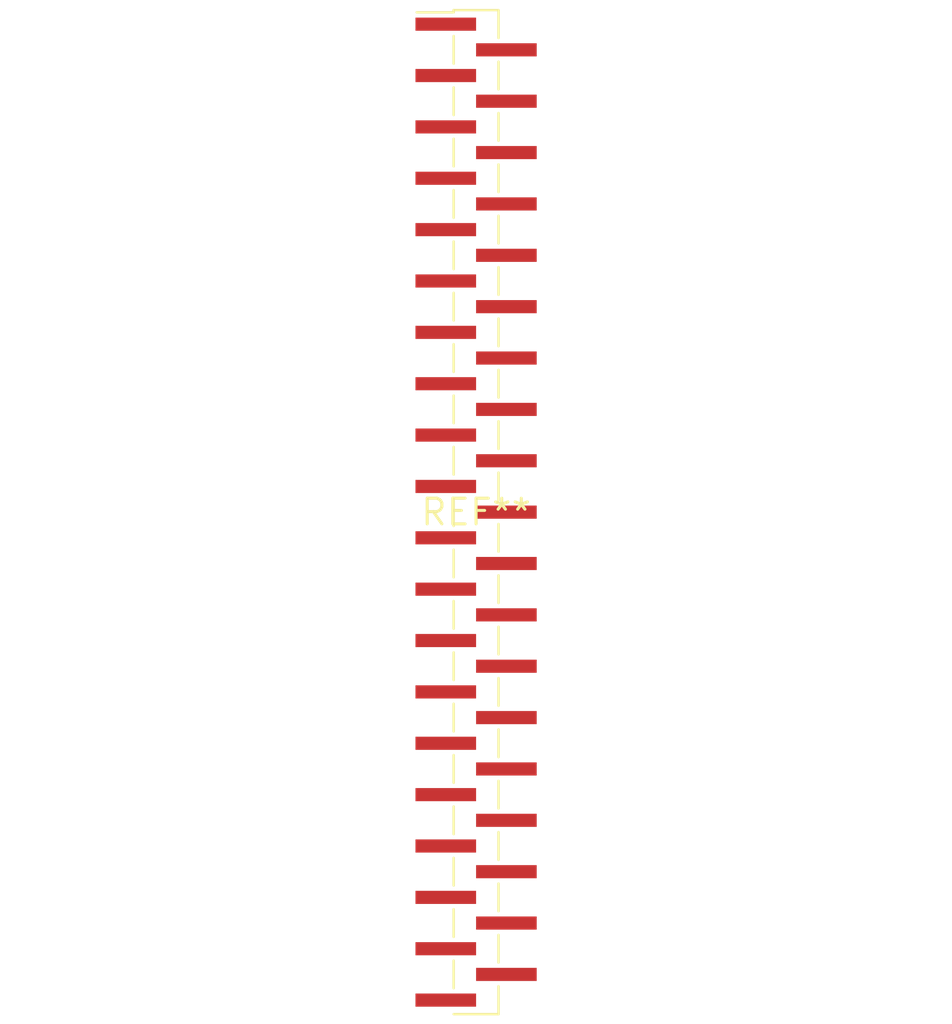
<source format=kicad_pcb>
(kicad_pcb (version 20240108) (generator pcbnew)
  (layers (0 "F.Cu" signal) (31 "B.Cu" signal) (34 "B.Paste" user) (35 "F.Paste" user) (36 "B.SilkS" user "B.Silkscreen") (37 "F.SilkS" user "F.Silkscreen") (38 "B.Mask" user) (39 "F.Mask" user) (44 "Edge.Cuts" user))
  (net 0 "")
  (footprint "PinHeader_1x39_P1.27mm_Vertical_SMD_Pin1Left" (layer "F.Cu") (at 0 0)
    (property "Reference" "REF**")
    (property "Value" "PinHeader_1x39_P1.27mm_Vertical_SMD_Pin1Left")
    (fp_line (start -1.11 -24.825) (end -1.11 -24.715) (layer "F.SilkS") (stroke (width 0.12)))
    (fp_line (start -1.11 -24.825) (end 1.11 -24.825) (layer "F.SilkS") (stroke (width 0.12)))
    (fp_line (start -1.11 -24.715) (end -2.94 -24.715) (layer "F.SilkS") (stroke (width 0.12)))
    (fp_line (start -1.11 -23.545) (end -1.11 -22.175) (layer "F.SilkS") (stroke (width 0.12)))
    (fp_line (start -1.11 -21.005) (end -1.11 -19.635) (layer "F.SilkS") (stroke (width 0.12)))
    (fp_line (start -1.11 -18.465) (end -1.11 -17.095) (layer "F.SilkS") (stroke (width 0.12)))
    (fp_line (start -1.11 -15.925) (end -1.11 -14.555) (layer "F.SilkS") (stroke (width 0.12)))
    (fp_line (start -1.11 -13.385) (end -1.11 -12.015) (layer "F.SilkS") (stroke (width 0.12)))
    (fp_line (start -1.11 -10.845) (end -1.11 -9.475) (layer "F.SilkS") (stroke (width 0.12)))
    (fp_line (start -1.11 -8.305) (end -1.11 -6.935) (layer "F.SilkS") (stroke (width 0.12)))
    (fp_line (start -1.11 -5.765) (end -1.11 -4.395) (layer "F.SilkS") (stroke (width 0.12)))
    (fp_line (start -1.11 -3.225) (end -1.11 -1.855) (layer "F.SilkS") (stroke (width 0.12)))
    (fp_line (start -1.11 -0.685) (end -1.11 0.685) (layer "F.SilkS") (stroke (width 0.12)))
    (fp_line (start -1.11 1.855) (end -1.11 3.225) (layer "F.SilkS") (stroke (width 0.12)))
    (fp_line (start -1.11 4.395) (end -1.11 5.765) (layer "F.SilkS") (stroke (width 0.12)))
    (fp_line (start -1.11 6.935) (end -1.11 8.305) (layer "F.SilkS") (stroke (width 0.12)))
    (fp_line (start -1.11 9.475) (end -1.11 10.845) (layer "F.SilkS") (stroke (width 0.12)))
    (fp_line (start -1.11 12.015) (end -1.11 13.385) (layer "F.SilkS") (stroke (width 0.12)))
    (fp_line (start -1.11 14.555) (end -1.11 15.925) (layer "F.SilkS") (stroke (width 0.12)))
    (fp_line (start -1.11 17.095) (end -1.11 18.465) (layer "F.SilkS") (stroke (width 0.12)))
    (fp_line (start -1.11 19.635) (end -1.11 21.005) (layer "F.SilkS") (stroke (width 0.12)))
    (fp_line (start -1.11 22.175) (end -1.11 23.545) (layer "F.SilkS") (stroke (width 0.12)))
    (fp_line (start -1.11 24.825) (end 1.11 24.825) (layer "F.SilkS") (stroke (width 0.12)))
    (fp_line (start 1.11 -24.815) (end 1.11 -23.445) (layer "F.SilkS") (stroke (width 0.12)))
    (fp_line (start 1.11 -22.275) (end 1.11 -20.905) (layer "F.SilkS") (stroke (width 0.12)))
    (fp_line (start 1.11 -19.735) (end 1.11 -18.365) (layer "F.SilkS") (stroke (width 0.12)))
    (fp_line (start 1.11 -17.195) (end 1.11 -15.825) (layer "F.SilkS") (stroke (width 0.12)))
    (fp_line (start 1.11 -14.655) (end 1.11 -13.285) (layer "F.SilkS") (stroke (width 0.12)))
    (fp_line (start 1.11 -12.115) (end 1.11 -10.745) (layer "F.SilkS") (stroke (width 0.12)))
    (fp_line (start 1.11 -9.575) (end 1.11 -8.205) (layer "F.SilkS") (stroke (width 0.12)))
    (fp_line (start 1.11 -7.035) (end 1.11 -5.665) (layer "F.SilkS") (stroke (width 0.12)))
    (fp_line (start 1.11 -4.495) (end 1.11 -3.125) (layer "F.SilkS") (stroke (width 0.12)))
    (fp_line (start 1.11 -1.955) (end 1.11 -0.585) (layer "F.SilkS") (stroke (width 0.12)))
    (fp_line (start 1.11 0.585) (end 1.11 1.955) (layer "F.SilkS") (stroke (width 0.12)))
    (fp_line (start 1.11 3.125) (end 1.11 4.495) (layer "F.SilkS") (stroke (width 0.12)))
    (fp_line (start 1.11 5.665) (end 1.11 7.035) (layer "F.SilkS") (stroke (width 0.12)))
    (fp_line (start 1.11 8.205) (end 1.11 9.575) (layer "F.SilkS") (stroke (width 0.12)))
    (fp_line (start 1.11 10.745) (end 1.11 12.115) (layer "F.SilkS") (stroke (width 0.12)))
    (fp_line (start 1.11 13.285) (end 1.11 14.655) (layer "F.SilkS") (stroke (width 0.12)))
    (fp_line (start 1.11 15.825) (end 1.11 17.195) (layer "F.SilkS") (stroke (width 0.12)))
    (fp_line (start 1.11 18.365) (end 1.11 19.735) (layer "F.SilkS") (stroke (width 0.12)))
    (fp_line (start 1.11 20.905) (end 1.11 22.275) (layer "F.SilkS") (stroke (width 0.12)))
    (fp_line (start 1.11 23.445) (end 1.11 24.815) (layer "F.SilkS") (stroke (width 0.12)))
    (fp_line (start 1.11 24.715) (end 1.11 24.825) (layer "F.SilkS") (stroke (width 0.12)))
    (pad "1" smd rect (at -1.5 -24.13) (size 3 0.65) (layers "F.Cu" "F.Paste" "F.Mask"))
    (pad "2" smd rect (at 1.5 -22.86) (size 3 0.65) (layers "F.Cu" "F.Paste" "F.Mask"))
    (pad "3" smd rect (at -1.5 -21.59) (size 3 0.65) (layers "F.Cu" "F.Paste" "F.Mask"))
    (pad "4" smd rect (at 1.5 -20.32) (size 3 0.65) (layers "F.Cu" "F.Paste" "F.Mask"))
    (pad "5" smd rect (at -1.5 -19.05) (size 3 0.65) (layers "F.Cu" "F.Paste" "F.Mask"))
    (pad "6" smd rect (at 1.5 -17.78) (size 3 0.65) (layers "F.Cu" "F.Paste" "F.Mask"))
    (pad "7" smd rect (at -1.5 -16.51) (size 3 0.65) (layers "F.Cu" "F.Paste" "F.Mask"))
    (pad "8" smd rect (at 1.5 -15.24) (size 3 0.65) (layers "F.Cu" "F.Paste" "F.Mask"))
    (pad "9" smd rect (at -1.5 -13.97) (size 3 0.65) (layers "F.Cu" "F.Paste" "F.Mask"))
    (pad "10" smd rect (at 1.5 -12.7) (size 3 0.65) (layers "F.Cu" "F.Paste" "F.Mask"))
    (pad "11" smd rect (at -1.5 -11.43) (size 3 0.65) (layers "F.Cu" "F.Paste" "F.Mask"))
    (pad "12" smd rect (at 1.5 -10.16) (size 3 0.65) (layers "F.Cu" "F.Paste" "F.Mask"))
    (pad "13" smd rect (at -1.5 -8.89) (size 3 0.65) (layers "F.Cu" "F.Paste" "F.Mask"))
    (pad "14" smd rect (at 1.5 -7.62) (size 3 0.65) (layers "F.Cu" "F.Paste" "F.Mask"))
    (pad "15" smd rect (at -1.5 -6.35) (size 3 0.65) (layers "F.Cu" "F.Paste" "F.Mask"))
    (pad "16" smd rect (at 1.5 -5.08) (size 3 0.65) (layers "F.Cu" "F.Paste" "F.Mask"))
    (pad "17" smd rect (at -1.5 -3.81) (size 3 0.65) (layers "F.Cu" "F.Paste" "F.Mask"))
    (pad "18" smd rect (at 1.5 -2.54) (size 3 0.65) (layers "F.Cu" "F.Paste" "F.Mask"))
    (pad "19" smd rect (at -1.5 -1.27) (size 3 0.65) (layers "F.Cu" "F.Paste" "F.Mask"))
    (pad "20" smd rect (at 1.5 0) (size 3 0.65) (layers "F.Cu" "F.Paste" "F.Mask"))
    (pad "21" smd rect (at -1.5 1.27) (size 3 0.65) (layers "F.Cu" "F.Paste" "F.Mask"))
    (pad "22" smd rect (at 1.5 2.54) (size 3 0.65) (layers "F.Cu" "F.Paste" "F.Mask"))
    (pad "23" smd rect (at -1.5 3.81) (size 3 0.65) (layers "F.Cu" "F.Paste" "F.Mask"))
    (pad "24" smd rect (at 1.5 5.08) (size 3 0.65) (layers "F.Cu" "F.Paste" "F.Mask"))
    (pad "25" smd rect (at -1.5 6.35) (size 3 0.65) (layers "F.Cu" "F.Paste" "F.Mask"))
    (pad "26" smd rect (at 1.5 7.62) (size 3 0.65) (layers "F.Cu" "F.Paste" "F.Mask"))
    (pad "27" smd rect (at -1.5 8.89) (size 3 0.65) (layers "F.Cu" "F.Paste" "F.Mask"))
    (pad "28" smd rect (at 1.5 10.16) (size 3 0.65) (layers "F.Cu" "F.Paste" "F.Mask"))
    (pad "29" smd rect (at -1.5 11.43) (size 3 0.65) (layers "F.Cu" "F.Paste" "F.Mask"))
    (pad "30" smd rect (at 1.5 12.7) (size 3 0.65) (layers "F.Cu" "F.Paste" "F.Mask"))
    (pad "31" smd rect (at -1.5 13.97) (size 3 0.65) (layers "F.Cu" "F.Paste" "F.Mask"))
    (pad "32" smd rect (at 1.5 15.24) (size 3 0.65) (layers "F.Cu" "F.Paste" "F.Mask"))
    (pad "33" smd rect (at -1.5 16.51) (size 3 0.65) (layers "F.Cu" "F.Paste" "F.Mask"))
    (pad "34" smd rect (at 1.5 17.78) (size 3 0.65) (layers "F.Cu" "F.Paste" "F.Mask"))
    (pad "35" smd rect (at -1.5 19.05) (size 3 0.65) (layers "F.Cu" "F.Paste" "F.Mask"))
    (pad "36" smd rect (at 1.5 20.32) (size 3 0.65) (layers "F.Cu" "F.Paste" "F.Mask"))
    (pad "37" smd rect (at -1.5 21.59) (size 3 0.65) (layers "F.Cu" "F.Paste" "F.Mask"))
    (pad "38" smd rect (at 1.5 22.86) (size 3 0.65) (layers "F.Cu" "F.Paste" "F.Mask"))
    (pad "39" smd rect (at -1.5 24.13) (size 3 0.65) (layers "F.Cu" "F.Paste" "F.Mask"))
  )
)
</source>
